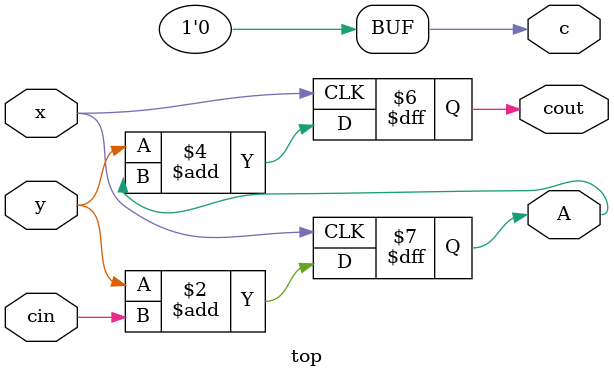
<source format=v>
module top
(
 input x,
 input y,
 input cin,

 output reg A,
 output reg cout,
 output c
 );

 initial begin
    A = 0;
    cout = 0;
 end

 assign c = 1'b0;

always @(posedge x) begin
    A <=  y + cin;
end
always @(negedge x) begin
    cout <=  y + A;
end

endmodule

</source>
